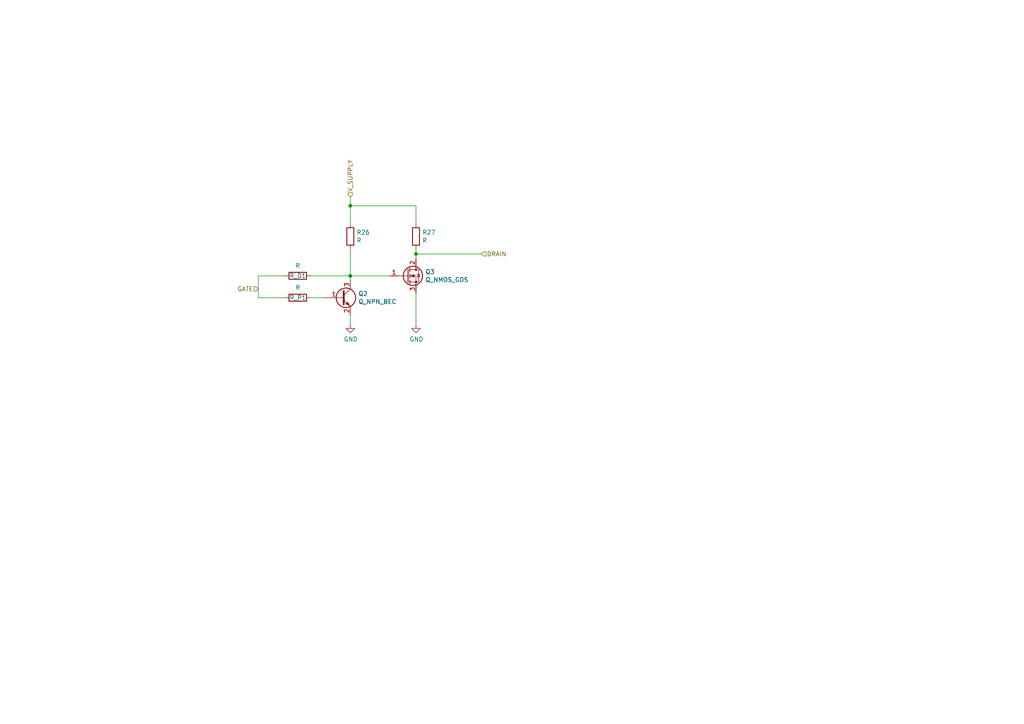
<source format=kicad_sch>
(kicad_sch (version 20211123) (generator eeschema)
  (paper "A4")
  (lib_symbols
    (symbol "Device:Q_NMOS_GDS" (pin_names (offset 0) hide)
      (property "Reference" "Q" (at 5.08 1.27 0))
      (property "Value" "Q_NMOS_GDS" (at 5.08 -1.27 0))
      (symbol "Q_NMOS_GDS_0_1"
        (polyline (pts (xy 0.254 0) (xy -2.54 0)))
        (polyline (pts (xy 0.254 1.905) (xy 0.254 -1.905)) (stroke (width 0.254)))
        (polyline (pts (xy 0.762 -1.27) (xy 0.762 -2.286)) (stroke (width 0.254)))
        (polyline (pts (xy 0.762 0.508) (xy 0.762 -0.508)) (stroke (width 0.254)))
        (polyline (pts (xy 0.762 2.286) (xy 0.762 1.27)) (stroke (width 0.254)))
        (polyline (pts (xy 2.54 2.54) (xy 2.54 1.778)))
        (polyline (pts (xy 2.54 -2.54) (xy 2.54 0) (xy 0.762 0)))
        (polyline (pts (xy 0.762 -1.778) (xy 3.302 -1.778) (xy 3.302 1.778) (xy 0.762 1.778)))
        (polyline (pts (xy 1.016 0) (xy 2.032 0.381) (xy 2.032 -0.381) (xy 1.016 0)) (fill (type outline)))
        (polyline (pts (xy 2.794 0.508) (xy 2.921 0.381) (xy 3.683 0.381) (xy 3.81 0.254)))
        (polyline (pts (xy 3.302 0.381) (xy 2.921 -0.254) (xy 3.683 -0.254) (xy 3.302 0.381)))
        (circle (center 1.651 0) (radius 2.794) (stroke (width 0.254)))
        (circle (center 2.54 -1.778) (radius 0.254) (fill (type outline)))
        (circle (center 2.54 1.778) (radius 0.254) (fill (type outline)))
      )
      (symbol "Q_NMOS_GDS_1_1"
        (pin input line (at -5.08 0 0) (length 2.54) (name "G") (number "1"))
        (pin passive line (at 2.54 5.08 270) (length 2.54) (name "D") (number "2"))
        (pin passive line (at 2.54 -5.08 90) (length 2.54) (name "S") (number "3"))
      )
    )
    (symbol "Device:Q_NPN_BEC" (pin_names (offset 0) hide)
      (property "Reference" "Q" (at 5.08 1.27 0))
      (property "Value" "Q_NPN_BEC" (at 5.08 -1.27 0))
      (symbol "Q_NPN_BEC_0_1"
        (polyline (pts (xy 0.635 0.635) (xy 2.54 2.54)))
        (polyline (pts (xy 0.635 -0.635) (xy 2.54 -2.54) (xy 2.54 -2.54)))
        (polyline (pts (xy 0.635 1.905) (xy 0.635 -1.905) (xy 0.635 -1.905)) (stroke (width 0.508)))
        (polyline (pts (xy 1.27 -1.778) (xy 1.778 -1.27) (xy 2.286 -2.286) (xy 1.27 -1.778) (xy 1.27 -1.778)) (fill (type outline)))
        (circle (center 1.27 0) (radius 2.8194) (stroke (width 0.254)))
      )
      (symbol "Q_NPN_BEC_1_1"
        (pin input line (at -5.08 0 0) (length 5.715) (name "B") (number "1"))
        (pin passive line (at 2.54 -5.08 90) (length 2.54) (name "E") (number "2"))
        (pin passive line (at 2.54 5.08 270) (length 2.54) (name "C") (number "3"))
      )
    )
    (symbol "Device:R" (pin_numbers hide) (pin_names (offset 0))
      (property "Reference" "R" (at 2.032 0 90))
      (property "Value" "R" (at 0 0 90))
      (symbol "R_0_1"
        (rectangle (start -1.016 -2.54) (end 1.016 2.54) (stroke (width 0.254)))
      )
      (symbol "R_1_1"
        (pin passive line (at 0 3.81 270) (length 1.27) (name "~") (number "1"))
        (pin passive line (at 0 -3.81 90) (length 1.27) (name "~") (number "2"))
      )
    )
    (symbol "power:GND" (power) (pin_names (offset 0))
      (property "Value" "GND" (at 0 -3.81 0))
      (symbol "GND_0_1"
        (polyline (pts (xy 0 0) (xy 0 -1.27) (xy 1.27 -1.27) (xy 0 -2.54) (xy -1.27 -1.27) (xy 0 -1.27)))
      )
      (symbol "GND_1_1"
        (pin power_in line (at 0 0 270) (length 0) hide (name "GND") (number "1"))
      )
    )
  )
  (junction (at 120.65 73.66))
  (junction (at 101.6 80.01))
  (junction (at 101.6 59.69))
  (wire (pts (xy 120.65 72.39) (xy 120.65 73.66)))
  (wire (pts (xy 90.17 80.01) (xy 101.6 80.01)))
  (wire (pts (xy 120.65 59.69) (xy 120.65 64.77)))
  (wire (pts (xy 90.17 86.36) (xy 93.98 86.36)))
  (wire (pts (xy 101.6 59.69) (xy 120.65 59.69)))
  (wire (pts (xy 82.55 80.01) (xy 74.93 80.01)))
  (wire (pts (xy 101.6 72.39) (xy 101.6 80.01)))
  (wire (pts (xy 74.93 80.01) (xy 74.93 86.36)))
  (wire (pts (xy 101.6 91.44) (xy 101.6 93.98)))
  (wire (pts (xy 101.6 64.77) (xy 101.6 59.69)))
  (wire (pts (xy 120.65 85.09) (xy 120.65 93.98)))
  (wire (pts (xy 101.6 80.01) (xy 113.03 80.01)))
  (wire (pts (xy 120.65 73.66) (xy 139.7 73.66)))
  (wire (pts (xy 101.6 80.01) (xy 101.6 81.28)))
  (wire (pts (xy 120.65 73.66) (xy 120.65 74.93)))
  (wire (pts (xy 74.93 86.36) (xy 82.55 86.36)))
  (wire (pts (xy 101.6 59.69) (xy 101.6 57.15)))
  (hierarchical_label "GATE" (shape input) (at 74.93 83.82 180))
  (hierarchical_label "V_SUPPLY" (shape input) (at 101.6 57.15 90))
  (hierarchical_label "DRAIN" (shape input) (at 139.7 73.66 0))
  (symbol (lib_id "Device:Q_NMOS_GDS") (at 118.11 80.01 0) (unit 1)
    (property "Reference" "Q3" (at 123.3424 78.8416 0) (effects (justify left)))
    (property "Value" "Q_NMOS_GDS" (at 123.3424 81.153 0) (effects (justify left)))
    (property "Footprint" "Package_TO_SOT_SMD:TO-252-3_TabPin2" (effects hide))
  )
  (symbol (lib_id "Device:Q_NPN_BEC") (at 99.06 86.36 0) (unit 1)
    (property "Reference" "Q2" (at 103.9114 85.1916 0) (effects (justify left)))
    (property "Value" "Q_NPN_BEC" (at 103.9114 87.503 0) (effects (justify left)))
    (property "Footprint" "Package_TO_SOT_SMD:SOT-23_Handsoldering" (effects hide))
  )
  (symbol (lib_id "Device:R") (at 86.36 86.36 270) (unit 1)
    (property "Reference" "R_P1" (at 86.36 86.36 90))
    (property "Value" "R" (at 86.36 83.4136 90))
  )
  (symbol (lib_id "Device:R") (at 101.6 68.58 0) (unit 1)
    (property "Reference" "R26" (at 103.378 67.4116 0) (effects (justify left)))
    (property "Value" "R" (at 103.378 69.723 0) (effects (justify left)))
  )
  (symbol (lib_id "Device:R") (at 120.65 68.58 0) (unit 1)
    (property "Reference" "R27" (at 122.428 67.4116 0) (effects (justify left)))
    (property "Value" "R" (at 122.428 69.723 0) (effects (justify left)))
  )
  (symbol (lib_id "power:GND") (at 101.6 93.98 0) (unit 1)
    (property "Reference" "#PWR033" (effects hide))
    (property "Value" "GND" (at 101.727 98.3742 0))
  )
  (symbol (lib_id "power:GND") (at 120.65 93.98 0) (unit 1)
    (property "Reference" "#PWR034" (effects hide))
    (property "Value" "GND" (at 120.777 98.3742 0))
  )
  (symbol (lib_id "Device:R") (at 86.36 80.01 270) (unit 1)
    (property "Reference" "R_D1" (at 86.36 80.01 90))
    (property "Value" "R" (at 86.36 77.0636 90))
  )
)
</source>
